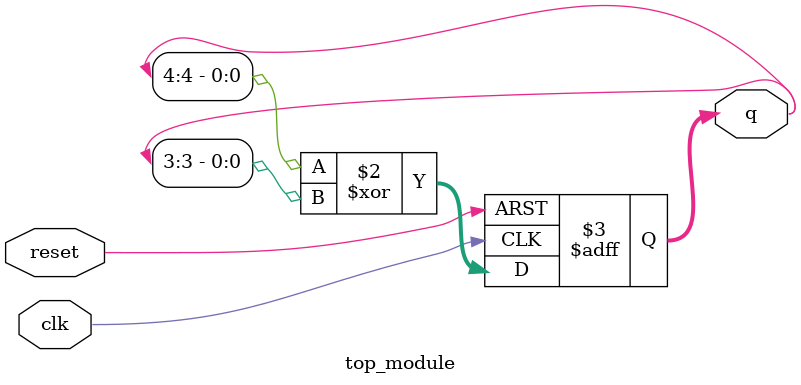
<source format=sv>
module top_module(
	input clk,
	input reset,
	output reg [4:0] q);

	always @(posedge clk or posedge reset) begin
		if(reset)
			q <= 1;
		else
			q <= q[4] ^ q[3];
	end
	
endmodule

</source>
